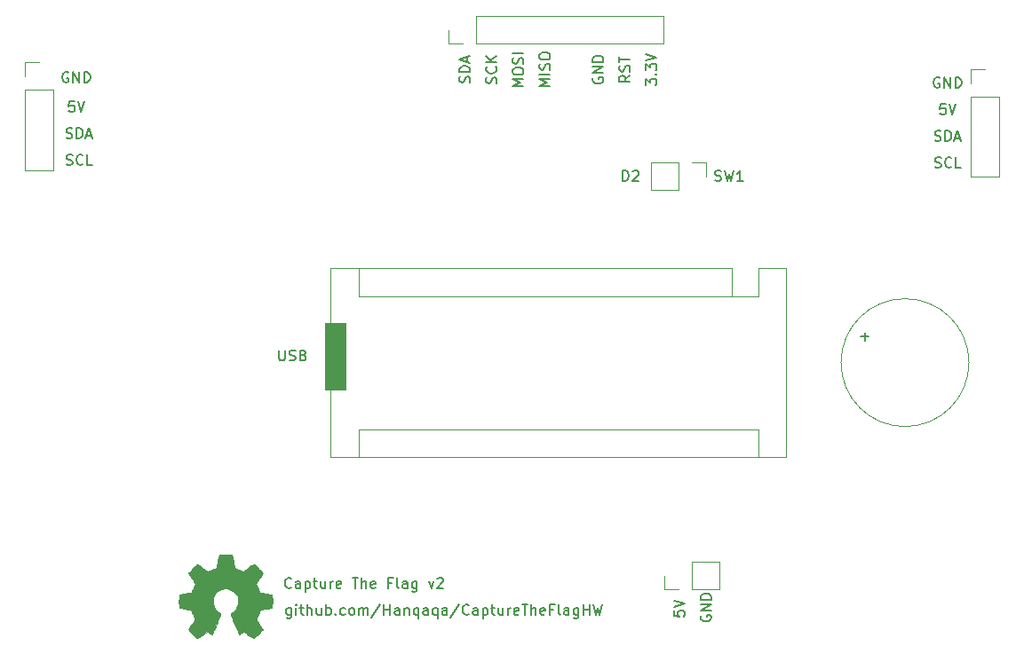
<source format=gbr>
%TF.GenerationSoftware,KiCad,Pcbnew,(5.1.9)-1*%
%TF.CreationDate,2021-04-30T13:08:53+02:00*%
%TF.ProjectId,CaptureTheFlag,43617074-7572-4655-9468-65466c61672e,rev?*%
%TF.SameCoordinates,Original*%
%TF.FileFunction,Legend,Top*%
%TF.FilePolarity,Positive*%
%FSLAX46Y46*%
G04 Gerber Fmt 4.6, Leading zero omitted, Abs format (unit mm)*
G04 Created by KiCad (PCBNEW (5.1.9)-1) date 2021-04-30 13:08:53*
%MOMM*%
%LPD*%
G01*
G04 APERTURE LIST*
%ADD10C,0.150000*%
%ADD11C,0.100000*%
%ADD12C,0.010000*%
%ADD13C,0.120000*%
G04 APERTURE END LIST*
D10*
X131986571Y-90717714D02*
X131986571Y-91527238D01*
X131938952Y-91622476D01*
X131891333Y-91670095D01*
X131796095Y-91717714D01*
X131653238Y-91717714D01*
X131558000Y-91670095D01*
X131986571Y-91336761D02*
X131891333Y-91384380D01*
X131700857Y-91384380D01*
X131605619Y-91336761D01*
X131558000Y-91289142D01*
X131510380Y-91193904D01*
X131510380Y-90908190D01*
X131558000Y-90812952D01*
X131605619Y-90765333D01*
X131700857Y-90717714D01*
X131891333Y-90717714D01*
X131986571Y-90765333D01*
X132462761Y-91384380D02*
X132462761Y-90717714D01*
X132462761Y-90384380D02*
X132415142Y-90432000D01*
X132462761Y-90479619D01*
X132510380Y-90432000D01*
X132462761Y-90384380D01*
X132462761Y-90479619D01*
X132796095Y-90717714D02*
X133177047Y-90717714D01*
X132938952Y-90384380D02*
X132938952Y-91241523D01*
X132986571Y-91336761D01*
X133081809Y-91384380D01*
X133177047Y-91384380D01*
X133510380Y-91384380D02*
X133510380Y-90384380D01*
X133938952Y-91384380D02*
X133938952Y-90860571D01*
X133891333Y-90765333D01*
X133796095Y-90717714D01*
X133653238Y-90717714D01*
X133558000Y-90765333D01*
X133510380Y-90812952D01*
X134843714Y-90717714D02*
X134843714Y-91384380D01*
X134415142Y-90717714D02*
X134415142Y-91241523D01*
X134462761Y-91336761D01*
X134558000Y-91384380D01*
X134700857Y-91384380D01*
X134796095Y-91336761D01*
X134843714Y-91289142D01*
X135319904Y-91384380D02*
X135319904Y-90384380D01*
X135319904Y-90765333D02*
X135415142Y-90717714D01*
X135605619Y-90717714D01*
X135700857Y-90765333D01*
X135748476Y-90812952D01*
X135796095Y-90908190D01*
X135796095Y-91193904D01*
X135748476Y-91289142D01*
X135700857Y-91336761D01*
X135605619Y-91384380D01*
X135415142Y-91384380D01*
X135319904Y-91336761D01*
X136224666Y-91289142D02*
X136272285Y-91336761D01*
X136224666Y-91384380D01*
X136177047Y-91336761D01*
X136224666Y-91289142D01*
X136224666Y-91384380D01*
X137129428Y-91336761D02*
X137034190Y-91384380D01*
X136843714Y-91384380D01*
X136748476Y-91336761D01*
X136700857Y-91289142D01*
X136653238Y-91193904D01*
X136653238Y-90908190D01*
X136700857Y-90812952D01*
X136748476Y-90765333D01*
X136843714Y-90717714D01*
X137034190Y-90717714D01*
X137129428Y-90765333D01*
X137700857Y-91384380D02*
X137605619Y-91336761D01*
X137558000Y-91289142D01*
X137510380Y-91193904D01*
X137510380Y-90908190D01*
X137558000Y-90812952D01*
X137605619Y-90765333D01*
X137700857Y-90717714D01*
X137843714Y-90717714D01*
X137938952Y-90765333D01*
X137986571Y-90812952D01*
X138034190Y-90908190D01*
X138034190Y-91193904D01*
X137986571Y-91289142D01*
X137938952Y-91336761D01*
X137843714Y-91384380D01*
X137700857Y-91384380D01*
X138462761Y-91384380D02*
X138462761Y-90717714D01*
X138462761Y-90812952D02*
X138510380Y-90765333D01*
X138605619Y-90717714D01*
X138748476Y-90717714D01*
X138843714Y-90765333D01*
X138891333Y-90860571D01*
X138891333Y-91384380D01*
X138891333Y-90860571D02*
X138938952Y-90765333D01*
X139034190Y-90717714D01*
X139177047Y-90717714D01*
X139272285Y-90765333D01*
X139319904Y-90860571D01*
X139319904Y-91384380D01*
X140510380Y-90336761D02*
X139653238Y-91622476D01*
X140843714Y-91384380D02*
X140843714Y-90384380D01*
X140843714Y-90860571D02*
X141415142Y-90860571D01*
X141415142Y-91384380D02*
X141415142Y-90384380D01*
X142319904Y-91384380D02*
X142319904Y-90860571D01*
X142272285Y-90765333D01*
X142177047Y-90717714D01*
X141986571Y-90717714D01*
X141891333Y-90765333D01*
X142319904Y-91336761D02*
X142224666Y-91384380D01*
X141986571Y-91384380D01*
X141891333Y-91336761D01*
X141843714Y-91241523D01*
X141843714Y-91146285D01*
X141891333Y-91051047D01*
X141986571Y-91003428D01*
X142224666Y-91003428D01*
X142319904Y-90955809D01*
X142796095Y-90717714D02*
X142796095Y-91384380D01*
X142796095Y-90812952D02*
X142843714Y-90765333D01*
X142938952Y-90717714D01*
X143081809Y-90717714D01*
X143177047Y-90765333D01*
X143224666Y-90860571D01*
X143224666Y-91384380D01*
X144129428Y-90717714D02*
X144129428Y-91717714D01*
X144129428Y-91336761D02*
X144034190Y-91384380D01*
X143843714Y-91384380D01*
X143748476Y-91336761D01*
X143700857Y-91289142D01*
X143653238Y-91193904D01*
X143653238Y-90908190D01*
X143700857Y-90812952D01*
X143748476Y-90765333D01*
X143843714Y-90717714D01*
X144034190Y-90717714D01*
X144129428Y-90765333D01*
X145034190Y-91384380D02*
X145034190Y-90860571D01*
X144986571Y-90765333D01*
X144891333Y-90717714D01*
X144700857Y-90717714D01*
X144605619Y-90765333D01*
X145034190Y-91336761D02*
X144938952Y-91384380D01*
X144700857Y-91384380D01*
X144605619Y-91336761D01*
X144558000Y-91241523D01*
X144558000Y-91146285D01*
X144605619Y-91051047D01*
X144700857Y-91003428D01*
X144938952Y-91003428D01*
X145034190Y-90955809D01*
X145938952Y-90717714D02*
X145938952Y-91717714D01*
X145938952Y-91336761D02*
X145843714Y-91384380D01*
X145653238Y-91384380D01*
X145558000Y-91336761D01*
X145510380Y-91289142D01*
X145462761Y-91193904D01*
X145462761Y-90908190D01*
X145510380Y-90812952D01*
X145558000Y-90765333D01*
X145653238Y-90717714D01*
X145843714Y-90717714D01*
X145938952Y-90765333D01*
X146843714Y-91384380D02*
X146843714Y-90860571D01*
X146796095Y-90765333D01*
X146700857Y-90717714D01*
X146510380Y-90717714D01*
X146415142Y-90765333D01*
X146843714Y-91336761D02*
X146748476Y-91384380D01*
X146510380Y-91384380D01*
X146415142Y-91336761D01*
X146367523Y-91241523D01*
X146367523Y-91146285D01*
X146415142Y-91051047D01*
X146510380Y-91003428D01*
X146748476Y-91003428D01*
X146843714Y-90955809D01*
X148034190Y-90336761D02*
X147177047Y-91622476D01*
X148938952Y-91289142D02*
X148891333Y-91336761D01*
X148748476Y-91384380D01*
X148653238Y-91384380D01*
X148510380Y-91336761D01*
X148415142Y-91241523D01*
X148367523Y-91146285D01*
X148319904Y-90955809D01*
X148319904Y-90812952D01*
X148367523Y-90622476D01*
X148415142Y-90527238D01*
X148510380Y-90432000D01*
X148653238Y-90384380D01*
X148748476Y-90384380D01*
X148891333Y-90432000D01*
X148938952Y-90479619D01*
X149796095Y-91384380D02*
X149796095Y-90860571D01*
X149748476Y-90765333D01*
X149653238Y-90717714D01*
X149462761Y-90717714D01*
X149367523Y-90765333D01*
X149796095Y-91336761D02*
X149700857Y-91384380D01*
X149462761Y-91384380D01*
X149367523Y-91336761D01*
X149319904Y-91241523D01*
X149319904Y-91146285D01*
X149367523Y-91051047D01*
X149462761Y-91003428D01*
X149700857Y-91003428D01*
X149796095Y-90955809D01*
X150272285Y-90717714D02*
X150272285Y-91717714D01*
X150272285Y-90765333D02*
X150367523Y-90717714D01*
X150558000Y-90717714D01*
X150653238Y-90765333D01*
X150700857Y-90812952D01*
X150748476Y-90908190D01*
X150748476Y-91193904D01*
X150700857Y-91289142D01*
X150653238Y-91336761D01*
X150558000Y-91384380D01*
X150367523Y-91384380D01*
X150272285Y-91336761D01*
X151034190Y-90717714D02*
X151415142Y-90717714D01*
X151177047Y-90384380D02*
X151177047Y-91241523D01*
X151224666Y-91336761D01*
X151319904Y-91384380D01*
X151415142Y-91384380D01*
X152177047Y-90717714D02*
X152177047Y-91384380D01*
X151748476Y-90717714D02*
X151748476Y-91241523D01*
X151796095Y-91336761D01*
X151891333Y-91384380D01*
X152034190Y-91384380D01*
X152129428Y-91336761D01*
X152177047Y-91289142D01*
X152653238Y-91384380D02*
X152653238Y-90717714D01*
X152653238Y-90908190D02*
X152700857Y-90812952D01*
X152748476Y-90765333D01*
X152843714Y-90717714D01*
X152938952Y-90717714D01*
X153653238Y-91336761D02*
X153558000Y-91384380D01*
X153367523Y-91384380D01*
X153272285Y-91336761D01*
X153224666Y-91241523D01*
X153224666Y-90860571D01*
X153272285Y-90765333D01*
X153367523Y-90717714D01*
X153558000Y-90717714D01*
X153653238Y-90765333D01*
X153700857Y-90860571D01*
X153700857Y-90955809D01*
X153224666Y-91051047D01*
X153986571Y-90384380D02*
X154558000Y-90384380D01*
X154272285Y-91384380D02*
X154272285Y-90384380D01*
X154891333Y-91384380D02*
X154891333Y-90384380D01*
X155319904Y-91384380D02*
X155319904Y-90860571D01*
X155272285Y-90765333D01*
X155177047Y-90717714D01*
X155034190Y-90717714D01*
X154938952Y-90765333D01*
X154891333Y-90812952D01*
X156177047Y-91336761D02*
X156081809Y-91384380D01*
X155891333Y-91384380D01*
X155796095Y-91336761D01*
X155748476Y-91241523D01*
X155748476Y-90860571D01*
X155796095Y-90765333D01*
X155891333Y-90717714D01*
X156081809Y-90717714D01*
X156177047Y-90765333D01*
X156224666Y-90860571D01*
X156224666Y-90955809D01*
X155748476Y-91051047D01*
X156986571Y-90860571D02*
X156653238Y-90860571D01*
X156653238Y-91384380D02*
X156653238Y-90384380D01*
X157129428Y-90384380D01*
X157653238Y-91384380D02*
X157558000Y-91336761D01*
X157510380Y-91241523D01*
X157510380Y-90384380D01*
X158462761Y-91384380D02*
X158462761Y-90860571D01*
X158415142Y-90765333D01*
X158319904Y-90717714D01*
X158129428Y-90717714D01*
X158034190Y-90765333D01*
X158462761Y-91336761D02*
X158367523Y-91384380D01*
X158129428Y-91384380D01*
X158034190Y-91336761D01*
X157986571Y-91241523D01*
X157986571Y-91146285D01*
X158034190Y-91051047D01*
X158129428Y-91003428D01*
X158367523Y-91003428D01*
X158462761Y-90955809D01*
X159367523Y-90717714D02*
X159367523Y-91527238D01*
X159319904Y-91622476D01*
X159272285Y-91670095D01*
X159177047Y-91717714D01*
X159034190Y-91717714D01*
X158938952Y-91670095D01*
X159367523Y-91336761D02*
X159272285Y-91384380D01*
X159081809Y-91384380D01*
X158986571Y-91336761D01*
X158938952Y-91289142D01*
X158891333Y-91193904D01*
X158891333Y-90908190D01*
X158938952Y-90812952D01*
X158986571Y-90765333D01*
X159081809Y-90717714D01*
X159272285Y-90717714D01*
X159367523Y-90765333D01*
X159843714Y-91384380D02*
X159843714Y-90384380D01*
X159843714Y-90860571D02*
X160415142Y-90860571D01*
X160415142Y-91384380D02*
X160415142Y-90384380D01*
X160796095Y-90384380D02*
X161034190Y-91384380D01*
X161224666Y-90670095D01*
X161415142Y-91384380D01*
X161653238Y-90384380D01*
X132009428Y-88749142D02*
X131961809Y-88796761D01*
X131818952Y-88844380D01*
X131723714Y-88844380D01*
X131580857Y-88796761D01*
X131485619Y-88701523D01*
X131438000Y-88606285D01*
X131390380Y-88415809D01*
X131390380Y-88272952D01*
X131438000Y-88082476D01*
X131485619Y-87987238D01*
X131580857Y-87892000D01*
X131723714Y-87844380D01*
X131818952Y-87844380D01*
X131961809Y-87892000D01*
X132009428Y-87939619D01*
X132866571Y-88844380D02*
X132866571Y-88320571D01*
X132818952Y-88225333D01*
X132723714Y-88177714D01*
X132533238Y-88177714D01*
X132438000Y-88225333D01*
X132866571Y-88796761D02*
X132771333Y-88844380D01*
X132533238Y-88844380D01*
X132438000Y-88796761D01*
X132390380Y-88701523D01*
X132390380Y-88606285D01*
X132438000Y-88511047D01*
X132533238Y-88463428D01*
X132771333Y-88463428D01*
X132866571Y-88415809D01*
X133342761Y-88177714D02*
X133342761Y-89177714D01*
X133342761Y-88225333D02*
X133438000Y-88177714D01*
X133628476Y-88177714D01*
X133723714Y-88225333D01*
X133771333Y-88272952D01*
X133818952Y-88368190D01*
X133818952Y-88653904D01*
X133771333Y-88749142D01*
X133723714Y-88796761D01*
X133628476Y-88844380D01*
X133438000Y-88844380D01*
X133342761Y-88796761D01*
X134104666Y-88177714D02*
X134485619Y-88177714D01*
X134247523Y-87844380D02*
X134247523Y-88701523D01*
X134295142Y-88796761D01*
X134390380Y-88844380D01*
X134485619Y-88844380D01*
X135247523Y-88177714D02*
X135247523Y-88844380D01*
X134818952Y-88177714D02*
X134818952Y-88701523D01*
X134866571Y-88796761D01*
X134961809Y-88844380D01*
X135104666Y-88844380D01*
X135199904Y-88796761D01*
X135247523Y-88749142D01*
X135723714Y-88844380D02*
X135723714Y-88177714D01*
X135723714Y-88368190D02*
X135771333Y-88272952D01*
X135818952Y-88225333D01*
X135914190Y-88177714D01*
X136009428Y-88177714D01*
X136723714Y-88796761D02*
X136628476Y-88844380D01*
X136438000Y-88844380D01*
X136342761Y-88796761D01*
X136295142Y-88701523D01*
X136295142Y-88320571D01*
X136342761Y-88225333D01*
X136438000Y-88177714D01*
X136628476Y-88177714D01*
X136723714Y-88225333D01*
X136771333Y-88320571D01*
X136771333Y-88415809D01*
X136295142Y-88511047D01*
X137818952Y-87844380D02*
X138390380Y-87844380D01*
X138104666Y-88844380D02*
X138104666Y-87844380D01*
X138723714Y-88844380D02*
X138723714Y-87844380D01*
X139152285Y-88844380D02*
X139152285Y-88320571D01*
X139104666Y-88225333D01*
X139009428Y-88177714D01*
X138866571Y-88177714D01*
X138771333Y-88225333D01*
X138723714Y-88272952D01*
X140009428Y-88796761D02*
X139914190Y-88844380D01*
X139723714Y-88844380D01*
X139628476Y-88796761D01*
X139580857Y-88701523D01*
X139580857Y-88320571D01*
X139628476Y-88225333D01*
X139723714Y-88177714D01*
X139914190Y-88177714D01*
X140009428Y-88225333D01*
X140057047Y-88320571D01*
X140057047Y-88415809D01*
X139580857Y-88511047D01*
X141580857Y-88320571D02*
X141247523Y-88320571D01*
X141247523Y-88844380D02*
X141247523Y-87844380D01*
X141723714Y-87844380D01*
X142247523Y-88844380D02*
X142152285Y-88796761D01*
X142104666Y-88701523D01*
X142104666Y-87844380D01*
X143057047Y-88844380D02*
X143057047Y-88320571D01*
X143009428Y-88225333D01*
X142914190Y-88177714D01*
X142723714Y-88177714D01*
X142628476Y-88225333D01*
X143057047Y-88796761D02*
X142961809Y-88844380D01*
X142723714Y-88844380D01*
X142628476Y-88796761D01*
X142580857Y-88701523D01*
X142580857Y-88606285D01*
X142628476Y-88511047D01*
X142723714Y-88463428D01*
X142961809Y-88463428D01*
X143057047Y-88415809D01*
X143961809Y-88177714D02*
X143961809Y-88987238D01*
X143914190Y-89082476D01*
X143866571Y-89130095D01*
X143771333Y-89177714D01*
X143628476Y-89177714D01*
X143533238Y-89130095D01*
X143961809Y-88796761D02*
X143866571Y-88844380D01*
X143676095Y-88844380D01*
X143580857Y-88796761D01*
X143533238Y-88749142D01*
X143485619Y-88653904D01*
X143485619Y-88368190D01*
X143533238Y-88272952D01*
X143580857Y-88225333D01*
X143676095Y-88177714D01*
X143866571Y-88177714D01*
X143961809Y-88225333D01*
X145104666Y-88177714D02*
X145342761Y-88844380D01*
X145580857Y-88177714D01*
X145914190Y-87939619D02*
X145961809Y-87892000D01*
X146057047Y-87844380D01*
X146295142Y-87844380D01*
X146390380Y-87892000D01*
X146438000Y-87939619D01*
X146485619Y-88034857D01*
X146485619Y-88130095D01*
X146438000Y-88272952D01*
X145866571Y-88844380D01*
X146485619Y-88844380D01*
X130818095Y-66127380D02*
X130818095Y-66936904D01*
X130865714Y-67032142D01*
X130913333Y-67079761D01*
X131008571Y-67127380D01*
X131199047Y-67127380D01*
X131294285Y-67079761D01*
X131341904Y-67032142D01*
X131389523Y-66936904D01*
X131389523Y-66127380D01*
X131818095Y-67079761D02*
X131960952Y-67127380D01*
X132199047Y-67127380D01*
X132294285Y-67079761D01*
X132341904Y-67032142D01*
X132389523Y-66936904D01*
X132389523Y-66841666D01*
X132341904Y-66746428D01*
X132294285Y-66698809D01*
X132199047Y-66651190D01*
X132008571Y-66603571D01*
X131913333Y-66555952D01*
X131865714Y-66508333D01*
X131818095Y-66413095D01*
X131818095Y-66317857D01*
X131865714Y-66222619D01*
X131913333Y-66175000D01*
X132008571Y-66127380D01*
X132246666Y-66127380D01*
X132389523Y-66175000D01*
X133151428Y-66603571D02*
X133294285Y-66651190D01*
X133341904Y-66698809D01*
X133389523Y-66794047D01*
X133389523Y-66936904D01*
X133341904Y-67032142D01*
X133294285Y-67079761D01*
X133199047Y-67127380D01*
X132818095Y-67127380D01*
X132818095Y-66127380D01*
X133151428Y-66127380D01*
X133246666Y-66175000D01*
X133294285Y-66222619D01*
X133341904Y-66317857D01*
X133341904Y-66413095D01*
X133294285Y-66508333D01*
X133246666Y-66555952D01*
X133151428Y-66603571D01*
X132818095Y-66603571D01*
D11*
G36*
X137160000Y-69850000D02*
G01*
X135255000Y-69850000D01*
X135255000Y-63500000D01*
X137160000Y-63500000D01*
X137160000Y-69850000D01*
G37*
X137160000Y-69850000D02*
X135255000Y-69850000D01*
X135255000Y-63500000D01*
X137160000Y-63500000D01*
X137160000Y-69850000D01*
D10*
X171077000Y-91439904D02*
X171029380Y-91535142D01*
X171029380Y-91678000D01*
X171077000Y-91820857D01*
X171172238Y-91916095D01*
X171267476Y-91963714D01*
X171457952Y-92011333D01*
X171600809Y-92011333D01*
X171791285Y-91963714D01*
X171886523Y-91916095D01*
X171981761Y-91820857D01*
X172029380Y-91678000D01*
X172029380Y-91582761D01*
X171981761Y-91439904D01*
X171934142Y-91392285D01*
X171600809Y-91392285D01*
X171600809Y-91582761D01*
X172029380Y-90963714D02*
X171029380Y-90963714D01*
X172029380Y-90392285D01*
X171029380Y-90392285D01*
X172029380Y-89916095D02*
X171029380Y-89916095D01*
X171029380Y-89678000D01*
X171077000Y-89535142D01*
X171172238Y-89439904D01*
X171267476Y-89392285D01*
X171457952Y-89344666D01*
X171600809Y-89344666D01*
X171791285Y-89392285D01*
X171886523Y-89439904D01*
X171981761Y-89535142D01*
X172029380Y-89678000D01*
X172029380Y-89916095D01*
X168489380Y-90995476D02*
X168489380Y-91471666D01*
X168965571Y-91519285D01*
X168917952Y-91471666D01*
X168870333Y-91376428D01*
X168870333Y-91138333D01*
X168917952Y-91043095D01*
X168965571Y-90995476D01*
X169060809Y-90947857D01*
X169298904Y-90947857D01*
X169394142Y-90995476D01*
X169441761Y-91043095D01*
X169489380Y-91138333D01*
X169489380Y-91376428D01*
X169441761Y-91471666D01*
X169394142Y-91519285D01*
X168489380Y-90662142D02*
X169489380Y-90328809D01*
X168489380Y-89995476D01*
X163599904Y-49982380D02*
X163599904Y-48982380D01*
X163838000Y-48982380D01*
X163980857Y-49030000D01*
X164076095Y-49125238D01*
X164123714Y-49220476D01*
X164171333Y-49410952D01*
X164171333Y-49553809D01*
X164123714Y-49744285D01*
X164076095Y-49839523D01*
X163980857Y-49934761D01*
X163838000Y-49982380D01*
X163599904Y-49982380D01*
X164552285Y-49077619D02*
X164599904Y-49030000D01*
X164695142Y-48982380D01*
X164933238Y-48982380D01*
X165028476Y-49030000D01*
X165076095Y-49077619D01*
X165123714Y-49172857D01*
X165123714Y-49268095D01*
X165076095Y-49410952D01*
X164504666Y-49982380D01*
X165123714Y-49982380D01*
X193373523Y-48664761D02*
X193516380Y-48712380D01*
X193754476Y-48712380D01*
X193849714Y-48664761D01*
X193897333Y-48617142D01*
X193944952Y-48521904D01*
X193944952Y-48426666D01*
X193897333Y-48331428D01*
X193849714Y-48283809D01*
X193754476Y-48236190D01*
X193564000Y-48188571D01*
X193468761Y-48140952D01*
X193421142Y-48093333D01*
X193373523Y-47998095D01*
X193373523Y-47902857D01*
X193421142Y-47807619D01*
X193468761Y-47760000D01*
X193564000Y-47712380D01*
X193802095Y-47712380D01*
X193944952Y-47760000D01*
X194944952Y-48617142D02*
X194897333Y-48664761D01*
X194754476Y-48712380D01*
X194659238Y-48712380D01*
X194516380Y-48664761D01*
X194421142Y-48569523D01*
X194373523Y-48474285D01*
X194325904Y-48283809D01*
X194325904Y-48140952D01*
X194373523Y-47950476D01*
X194421142Y-47855238D01*
X194516380Y-47760000D01*
X194659238Y-47712380D01*
X194754476Y-47712380D01*
X194897333Y-47760000D01*
X194944952Y-47807619D01*
X195849714Y-48712380D02*
X195373523Y-48712380D01*
X195373523Y-47712380D01*
X193349714Y-46124761D02*
X193492571Y-46172380D01*
X193730666Y-46172380D01*
X193825904Y-46124761D01*
X193873523Y-46077142D01*
X193921142Y-45981904D01*
X193921142Y-45886666D01*
X193873523Y-45791428D01*
X193825904Y-45743809D01*
X193730666Y-45696190D01*
X193540190Y-45648571D01*
X193444952Y-45600952D01*
X193397333Y-45553333D01*
X193349714Y-45458095D01*
X193349714Y-45362857D01*
X193397333Y-45267619D01*
X193444952Y-45220000D01*
X193540190Y-45172380D01*
X193778285Y-45172380D01*
X193921142Y-45220000D01*
X194349714Y-46172380D02*
X194349714Y-45172380D01*
X194587809Y-45172380D01*
X194730666Y-45220000D01*
X194825904Y-45315238D01*
X194873523Y-45410476D01*
X194921142Y-45600952D01*
X194921142Y-45743809D01*
X194873523Y-45934285D01*
X194825904Y-46029523D01*
X194730666Y-46124761D01*
X194587809Y-46172380D01*
X194349714Y-46172380D01*
X195302095Y-45886666D02*
X195778285Y-45886666D01*
X195206857Y-46172380D02*
X195540190Y-45172380D01*
X195873523Y-46172380D01*
X194373523Y-42632380D02*
X193897333Y-42632380D01*
X193849714Y-43108571D01*
X193897333Y-43060952D01*
X193992571Y-43013333D01*
X194230666Y-43013333D01*
X194325904Y-43060952D01*
X194373523Y-43108571D01*
X194421142Y-43203809D01*
X194421142Y-43441904D01*
X194373523Y-43537142D01*
X194325904Y-43584761D01*
X194230666Y-43632380D01*
X193992571Y-43632380D01*
X193897333Y-43584761D01*
X193849714Y-43537142D01*
X194706857Y-42632380D02*
X195040190Y-43632380D01*
X195373523Y-42632380D01*
X193802095Y-40140000D02*
X193706857Y-40092380D01*
X193564000Y-40092380D01*
X193421142Y-40140000D01*
X193325904Y-40235238D01*
X193278285Y-40330476D01*
X193230666Y-40520952D01*
X193230666Y-40663809D01*
X193278285Y-40854285D01*
X193325904Y-40949523D01*
X193421142Y-41044761D01*
X193564000Y-41092380D01*
X193659238Y-41092380D01*
X193802095Y-41044761D01*
X193849714Y-40997142D01*
X193849714Y-40663809D01*
X193659238Y-40663809D01*
X194278285Y-41092380D02*
X194278285Y-40092380D01*
X194849714Y-41092380D01*
X194849714Y-40092380D01*
X195325904Y-41092380D02*
X195325904Y-40092380D01*
X195564000Y-40092380D01*
X195706857Y-40140000D01*
X195802095Y-40235238D01*
X195849714Y-40330476D01*
X195897333Y-40520952D01*
X195897333Y-40663809D01*
X195849714Y-40854285D01*
X195802095Y-40949523D01*
X195706857Y-41044761D01*
X195564000Y-41092380D01*
X195325904Y-41092380D01*
X110744095Y-39632000D02*
X110648857Y-39584380D01*
X110506000Y-39584380D01*
X110363142Y-39632000D01*
X110267904Y-39727238D01*
X110220285Y-39822476D01*
X110172666Y-40012952D01*
X110172666Y-40155809D01*
X110220285Y-40346285D01*
X110267904Y-40441523D01*
X110363142Y-40536761D01*
X110506000Y-40584380D01*
X110601238Y-40584380D01*
X110744095Y-40536761D01*
X110791714Y-40489142D01*
X110791714Y-40155809D01*
X110601238Y-40155809D01*
X111220285Y-40584380D02*
X111220285Y-39584380D01*
X111791714Y-40584380D01*
X111791714Y-39584380D01*
X112267904Y-40584380D02*
X112267904Y-39584380D01*
X112506000Y-39584380D01*
X112648857Y-39632000D01*
X112744095Y-39727238D01*
X112791714Y-39822476D01*
X112839333Y-40012952D01*
X112839333Y-40155809D01*
X112791714Y-40346285D01*
X112744095Y-40441523D01*
X112648857Y-40536761D01*
X112506000Y-40584380D01*
X112267904Y-40584380D01*
X111315523Y-42378380D02*
X110839333Y-42378380D01*
X110791714Y-42854571D01*
X110839333Y-42806952D01*
X110934571Y-42759333D01*
X111172666Y-42759333D01*
X111267904Y-42806952D01*
X111315523Y-42854571D01*
X111363142Y-42949809D01*
X111363142Y-43187904D01*
X111315523Y-43283142D01*
X111267904Y-43330761D01*
X111172666Y-43378380D01*
X110934571Y-43378380D01*
X110839333Y-43330761D01*
X110791714Y-43283142D01*
X111648857Y-42378380D02*
X111982190Y-43378380D01*
X112315523Y-42378380D01*
X110569523Y-48410761D02*
X110712380Y-48458380D01*
X110950476Y-48458380D01*
X111045714Y-48410761D01*
X111093333Y-48363142D01*
X111140952Y-48267904D01*
X111140952Y-48172666D01*
X111093333Y-48077428D01*
X111045714Y-48029809D01*
X110950476Y-47982190D01*
X110760000Y-47934571D01*
X110664761Y-47886952D01*
X110617142Y-47839333D01*
X110569523Y-47744095D01*
X110569523Y-47648857D01*
X110617142Y-47553619D01*
X110664761Y-47506000D01*
X110760000Y-47458380D01*
X110998095Y-47458380D01*
X111140952Y-47506000D01*
X112140952Y-48363142D02*
X112093333Y-48410761D01*
X111950476Y-48458380D01*
X111855238Y-48458380D01*
X111712380Y-48410761D01*
X111617142Y-48315523D01*
X111569523Y-48220285D01*
X111521904Y-48029809D01*
X111521904Y-47886952D01*
X111569523Y-47696476D01*
X111617142Y-47601238D01*
X111712380Y-47506000D01*
X111855238Y-47458380D01*
X111950476Y-47458380D01*
X112093333Y-47506000D01*
X112140952Y-47553619D01*
X113045714Y-48458380D02*
X112569523Y-48458380D01*
X112569523Y-47458380D01*
X110545714Y-45870761D02*
X110688571Y-45918380D01*
X110926666Y-45918380D01*
X111021904Y-45870761D01*
X111069523Y-45823142D01*
X111117142Y-45727904D01*
X111117142Y-45632666D01*
X111069523Y-45537428D01*
X111021904Y-45489809D01*
X110926666Y-45442190D01*
X110736190Y-45394571D01*
X110640952Y-45346952D01*
X110593333Y-45299333D01*
X110545714Y-45204095D01*
X110545714Y-45108857D01*
X110593333Y-45013619D01*
X110640952Y-44966000D01*
X110736190Y-44918380D01*
X110974285Y-44918380D01*
X111117142Y-44966000D01*
X111545714Y-45918380D02*
X111545714Y-44918380D01*
X111783809Y-44918380D01*
X111926666Y-44966000D01*
X112021904Y-45061238D01*
X112069523Y-45156476D01*
X112117142Y-45346952D01*
X112117142Y-45489809D01*
X112069523Y-45680285D01*
X112021904Y-45775523D01*
X111926666Y-45870761D01*
X111783809Y-45918380D01*
X111545714Y-45918380D01*
X112498095Y-45632666D02*
X112974285Y-45632666D01*
X112402857Y-45918380D02*
X112736190Y-44918380D01*
X113069523Y-45918380D01*
X148994761Y-40584285D02*
X149042380Y-40441428D01*
X149042380Y-40203333D01*
X148994761Y-40108095D01*
X148947142Y-40060476D01*
X148851904Y-40012857D01*
X148756666Y-40012857D01*
X148661428Y-40060476D01*
X148613809Y-40108095D01*
X148566190Y-40203333D01*
X148518571Y-40393809D01*
X148470952Y-40489047D01*
X148423333Y-40536666D01*
X148328095Y-40584285D01*
X148232857Y-40584285D01*
X148137619Y-40536666D01*
X148090000Y-40489047D01*
X148042380Y-40393809D01*
X148042380Y-40155714D01*
X148090000Y-40012857D01*
X149042380Y-39584285D02*
X148042380Y-39584285D01*
X148042380Y-39346190D01*
X148090000Y-39203333D01*
X148185238Y-39108095D01*
X148280476Y-39060476D01*
X148470952Y-39012857D01*
X148613809Y-39012857D01*
X148804285Y-39060476D01*
X148899523Y-39108095D01*
X148994761Y-39203333D01*
X149042380Y-39346190D01*
X149042380Y-39584285D01*
X148756666Y-38631904D02*
X148756666Y-38155714D01*
X149042380Y-38727142D02*
X148042380Y-38393809D01*
X149042380Y-38060476D01*
X151534761Y-40655714D02*
X151582380Y-40512857D01*
X151582380Y-40274761D01*
X151534761Y-40179523D01*
X151487142Y-40131904D01*
X151391904Y-40084285D01*
X151296666Y-40084285D01*
X151201428Y-40131904D01*
X151153809Y-40179523D01*
X151106190Y-40274761D01*
X151058571Y-40465238D01*
X151010952Y-40560476D01*
X150963333Y-40608095D01*
X150868095Y-40655714D01*
X150772857Y-40655714D01*
X150677619Y-40608095D01*
X150630000Y-40560476D01*
X150582380Y-40465238D01*
X150582380Y-40227142D01*
X150630000Y-40084285D01*
X151487142Y-39084285D02*
X151534761Y-39131904D01*
X151582380Y-39274761D01*
X151582380Y-39370000D01*
X151534761Y-39512857D01*
X151439523Y-39608095D01*
X151344285Y-39655714D01*
X151153809Y-39703333D01*
X151010952Y-39703333D01*
X150820476Y-39655714D01*
X150725238Y-39608095D01*
X150630000Y-39512857D01*
X150582380Y-39370000D01*
X150582380Y-39274761D01*
X150630000Y-39131904D01*
X150677619Y-39084285D01*
X151582380Y-38655714D02*
X150582380Y-38655714D01*
X151582380Y-38084285D02*
X151010952Y-38512857D01*
X150582380Y-38084285D02*
X151153809Y-38655714D01*
X154122380Y-40941428D02*
X153122380Y-40941428D01*
X153836666Y-40608095D01*
X153122380Y-40274761D01*
X154122380Y-40274761D01*
X153122380Y-39608095D02*
X153122380Y-39417619D01*
X153170000Y-39322380D01*
X153265238Y-39227142D01*
X153455714Y-39179523D01*
X153789047Y-39179523D01*
X153979523Y-39227142D01*
X154074761Y-39322380D01*
X154122380Y-39417619D01*
X154122380Y-39608095D01*
X154074761Y-39703333D01*
X153979523Y-39798571D01*
X153789047Y-39846190D01*
X153455714Y-39846190D01*
X153265238Y-39798571D01*
X153170000Y-39703333D01*
X153122380Y-39608095D01*
X154074761Y-38798571D02*
X154122380Y-38655714D01*
X154122380Y-38417619D01*
X154074761Y-38322380D01*
X154027142Y-38274761D01*
X153931904Y-38227142D01*
X153836666Y-38227142D01*
X153741428Y-38274761D01*
X153693809Y-38322380D01*
X153646190Y-38417619D01*
X153598571Y-38608095D01*
X153550952Y-38703333D01*
X153503333Y-38750952D01*
X153408095Y-38798571D01*
X153312857Y-38798571D01*
X153217619Y-38750952D01*
X153170000Y-38703333D01*
X153122380Y-38608095D01*
X153122380Y-38370000D01*
X153170000Y-38227142D01*
X154122380Y-37798571D02*
X153122380Y-37798571D01*
X156662380Y-40941428D02*
X155662380Y-40941428D01*
X156376666Y-40608095D01*
X155662380Y-40274761D01*
X156662380Y-40274761D01*
X156662380Y-39798571D02*
X155662380Y-39798571D01*
X156614761Y-39370000D02*
X156662380Y-39227142D01*
X156662380Y-38989047D01*
X156614761Y-38893809D01*
X156567142Y-38846190D01*
X156471904Y-38798571D01*
X156376666Y-38798571D01*
X156281428Y-38846190D01*
X156233809Y-38893809D01*
X156186190Y-38989047D01*
X156138571Y-39179523D01*
X156090952Y-39274761D01*
X156043333Y-39322380D01*
X155948095Y-39370000D01*
X155852857Y-39370000D01*
X155757619Y-39322380D01*
X155710000Y-39274761D01*
X155662380Y-39179523D01*
X155662380Y-38941428D01*
X155710000Y-38798571D01*
X155662380Y-38179523D02*
X155662380Y-37989047D01*
X155710000Y-37893809D01*
X155805238Y-37798571D01*
X155995714Y-37750952D01*
X156329047Y-37750952D01*
X156519523Y-37798571D01*
X156614761Y-37893809D01*
X156662380Y-37989047D01*
X156662380Y-38179523D01*
X156614761Y-38274761D01*
X156519523Y-38370000D01*
X156329047Y-38417619D01*
X155995714Y-38417619D01*
X155805238Y-38370000D01*
X155710000Y-38274761D01*
X155662380Y-38179523D01*
X160790000Y-40131904D02*
X160742380Y-40227142D01*
X160742380Y-40370000D01*
X160790000Y-40512857D01*
X160885238Y-40608095D01*
X160980476Y-40655714D01*
X161170952Y-40703333D01*
X161313809Y-40703333D01*
X161504285Y-40655714D01*
X161599523Y-40608095D01*
X161694761Y-40512857D01*
X161742380Y-40370000D01*
X161742380Y-40274761D01*
X161694761Y-40131904D01*
X161647142Y-40084285D01*
X161313809Y-40084285D01*
X161313809Y-40274761D01*
X161742380Y-39655714D02*
X160742380Y-39655714D01*
X161742380Y-39084285D01*
X160742380Y-39084285D01*
X161742380Y-38608095D02*
X160742380Y-38608095D01*
X160742380Y-38370000D01*
X160790000Y-38227142D01*
X160885238Y-38131904D01*
X160980476Y-38084285D01*
X161170952Y-38036666D01*
X161313809Y-38036666D01*
X161504285Y-38084285D01*
X161599523Y-38131904D01*
X161694761Y-38227142D01*
X161742380Y-38370000D01*
X161742380Y-38608095D01*
X164282380Y-39917619D02*
X163806190Y-40250952D01*
X164282380Y-40489047D02*
X163282380Y-40489047D01*
X163282380Y-40108095D01*
X163330000Y-40012857D01*
X163377619Y-39965238D01*
X163472857Y-39917619D01*
X163615714Y-39917619D01*
X163710952Y-39965238D01*
X163758571Y-40012857D01*
X163806190Y-40108095D01*
X163806190Y-40489047D01*
X164234761Y-39536666D02*
X164282380Y-39393809D01*
X164282380Y-39155714D01*
X164234761Y-39060476D01*
X164187142Y-39012857D01*
X164091904Y-38965238D01*
X163996666Y-38965238D01*
X163901428Y-39012857D01*
X163853809Y-39060476D01*
X163806190Y-39155714D01*
X163758571Y-39346190D01*
X163710952Y-39441428D01*
X163663333Y-39489047D01*
X163568095Y-39536666D01*
X163472857Y-39536666D01*
X163377619Y-39489047D01*
X163330000Y-39441428D01*
X163282380Y-39346190D01*
X163282380Y-39108095D01*
X163330000Y-38965238D01*
X163282380Y-38679523D02*
X163282380Y-38108095D01*
X164282380Y-38393809D02*
X163282380Y-38393809D01*
X165822380Y-40846190D02*
X165822380Y-40227142D01*
X166203333Y-40560476D01*
X166203333Y-40417619D01*
X166250952Y-40322380D01*
X166298571Y-40274761D01*
X166393809Y-40227142D01*
X166631904Y-40227142D01*
X166727142Y-40274761D01*
X166774761Y-40322380D01*
X166822380Y-40417619D01*
X166822380Y-40703333D01*
X166774761Y-40798571D01*
X166727142Y-40846190D01*
X166727142Y-39798571D02*
X166774761Y-39750952D01*
X166822380Y-39798571D01*
X166774761Y-39846190D01*
X166727142Y-39798571D01*
X166822380Y-39798571D01*
X165822380Y-39417619D02*
X165822380Y-38798571D01*
X166203333Y-39131904D01*
X166203333Y-38989047D01*
X166250952Y-38893809D01*
X166298571Y-38846190D01*
X166393809Y-38798571D01*
X166631904Y-38798571D01*
X166727142Y-38846190D01*
X166774761Y-38893809D01*
X166822380Y-38989047D01*
X166822380Y-39274761D01*
X166774761Y-39370000D01*
X166727142Y-39417619D01*
X165822380Y-38512857D02*
X166822380Y-38179523D01*
X165822380Y-37846190D01*
D12*
%TO.C,REF\u002A\u002A*%
G36*
X126476536Y-86262427D02*
G01*
X126589118Y-86859618D01*
X127004531Y-87030865D01*
X127419945Y-87202112D01*
X127918302Y-86863233D01*
X128057869Y-86768877D01*
X128184029Y-86684630D01*
X128290896Y-86614338D01*
X128372583Y-86561847D01*
X128423202Y-86531004D01*
X128436987Y-86524353D01*
X128461821Y-86541458D01*
X128514889Y-86588744D01*
X128590241Y-86660172D01*
X128681930Y-86749700D01*
X128784008Y-86851289D01*
X128890527Y-86958898D01*
X128995537Y-87066487D01*
X129093092Y-87168015D01*
X129177243Y-87257441D01*
X129242041Y-87328726D01*
X129281538Y-87375828D01*
X129290981Y-87391592D01*
X129277392Y-87420653D01*
X129239294Y-87484321D01*
X129180694Y-87576367D01*
X129105598Y-87690564D01*
X129018009Y-87820684D01*
X128967255Y-87894901D01*
X128874746Y-88030422D01*
X128792541Y-88152716D01*
X128724631Y-88255695D01*
X128675001Y-88333273D01*
X128647641Y-88379361D01*
X128643530Y-88389047D01*
X128652850Y-88416574D01*
X128678255Y-88480728D01*
X128715912Y-88572490D01*
X128761987Y-88682839D01*
X128812647Y-88802755D01*
X128864060Y-88923219D01*
X128912390Y-89035209D01*
X128953807Y-89129707D01*
X128984475Y-89197692D01*
X129000562Y-89230143D01*
X129001512Y-89231420D01*
X129026773Y-89237617D01*
X129094046Y-89251440D01*
X129196361Y-89271532D01*
X129326742Y-89296534D01*
X129478217Y-89325086D01*
X129566594Y-89341551D01*
X129728453Y-89372369D01*
X129874650Y-89401694D01*
X129997788Y-89427921D01*
X130090470Y-89449446D01*
X130145302Y-89464665D01*
X130156324Y-89469493D01*
X130167119Y-89502174D01*
X130175830Y-89575985D01*
X130182461Y-89682292D01*
X130187019Y-89812467D01*
X130189510Y-89957876D01*
X130189939Y-90109890D01*
X130188312Y-90259877D01*
X130184636Y-90399206D01*
X130178916Y-90519245D01*
X130171158Y-90611365D01*
X130161369Y-90666932D01*
X130155497Y-90678500D01*
X130120400Y-90692365D01*
X130046029Y-90712188D01*
X129942224Y-90735639D01*
X129818820Y-90760391D01*
X129775742Y-90768398D01*
X129568048Y-90806441D01*
X129403985Y-90837079D01*
X129278131Y-90861529D01*
X129185066Y-90881009D01*
X129119368Y-90896736D01*
X129075618Y-90909928D01*
X129048393Y-90921804D01*
X129032273Y-90933580D01*
X129030018Y-90935908D01*
X129007504Y-90973400D01*
X128973159Y-91046365D01*
X128930412Y-91145867D01*
X128882693Y-91262973D01*
X128833431Y-91388748D01*
X128786056Y-91514257D01*
X128743996Y-91630565D01*
X128710681Y-91728739D01*
X128689542Y-91799843D01*
X128684006Y-91834942D01*
X128684467Y-91836172D01*
X128703224Y-91864861D01*
X128745777Y-91927985D01*
X128807654Y-92018973D01*
X128884383Y-92131255D01*
X128971492Y-92258260D01*
X128996299Y-92294353D01*
X129084753Y-92425203D01*
X129162589Y-92544591D01*
X129225567Y-92645662D01*
X129269446Y-92721559D01*
X129289986Y-92765427D01*
X129290981Y-92770817D01*
X129273723Y-92799144D01*
X129226036Y-92855261D01*
X129154051Y-92933137D01*
X129063898Y-93026740D01*
X128961706Y-93130041D01*
X128853606Y-93237006D01*
X128745729Y-93341606D01*
X128644205Y-93437809D01*
X128555163Y-93519584D01*
X128484734Y-93580900D01*
X128439048Y-93615726D01*
X128426410Y-93621412D01*
X128396992Y-93608020D01*
X128336762Y-93571899D01*
X128255530Y-93519136D01*
X128193031Y-93476667D01*
X128079786Y-93398740D01*
X127945675Y-93306984D01*
X127811156Y-93215375D01*
X127738834Y-93166346D01*
X127494039Y-93000770D01*
X127288551Y-93111875D01*
X127194937Y-93160548D01*
X127115331Y-93198381D01*
X127061468Y-93219958D01*
X127047758Y-93222961D01*
X127031271Y-93200793D01*
X126998746Y-93138149D01*
X126952609Y-93040809D01*
X126895291Y-92914549D01*
X126829217Y-92765150D01*
X126756816Y-92598388D01*
X126680517Y-92420042D01*
X126602747Y-92235891D01*
X126525935Y-92051712D01*
X126452507Y-91873285D01*
X126384893Y-91706387D01*
X126325521Y-91556797D01*
X126276817Y-91430293D01*
X126241211Y-91332654D01*
X126221131Y-91269657D01*
X126217901Y-91248021D01*
X126243497Y-91220424D01*
X126299539Y-91175625D01*
X126374312Y-91122934D01*
X126380588Y-91118765D01*
X126573846Y-90964069D01*
X126729675Y-90783591D01*
X126846725Y-90583102D01*
X126923646Y-90368374D01*
X126959087Y-90145177D01*
X126951698Y-89919281D01*
X126900128Y-89696459D01*
X126803027Y-89482479D01*
X126774459Y-89435664D01*
X126625869Y-89246618D01*
X126450328Y-89094812D01*
X126253911Y-88981034D01*
X126042694Y-88906075D01*
X125822754Y-88870722D01*
X125600164Y-88875767D01*
X125381002Y-88921999D01*
X125171343Y-89010206D01*
X124977262Y-89141179D01*
X124917227Y-89194337D01*
X124764436Y-89360739D01*
X124653098Y-89535912D01*
X124576724Y-89732266D01*
X124534188Y-89926717D01*
X124523687Y-90145342D01*
X124558701Y-90365052D01*
X124635674Y-90578420D01*
X124751048Y-90778022D01*
X124901266Y-90956429D01*
X125082774Y-91106217D01*
X125106628Y-91122006D01*
X125182202Y-91173712D01*
X125239652Y-91218512D01*
X125267118Y-91247117D01*
X125267518Y-91248021D01*
X125261621Y-91278964D01*
X125238246Y-91349191D01*
X125199822Y-91452925D01*
X125148778Y-91584390D01*
X125087543Y-91737807D01*
X125018545Y-91907401D01*
X124944214Y-92087393D01*
X124866979Y-92272008D01*
X124789269Y-92455468D01*
X124713512Y-92631996D01*
X124642138Y-92795814D01*
X124577575Y-92941147D01*
X124522253Y-93062217D01*
X124478601Y-93153247D01*
X124449047Y-93208460D01*
X124437145Y-93222961D01*
X124400778Y-93211669D01*
X124332731Y-93181385D01*
X124244737Y-93137520D01*
X124196351Y-93111875D01*
X123990864Y-93000770D01*
X123746069Y-93166346D01*
X123621107Y-93251170D01*
X123484296Y-93344516D01*
X123356089Y-93432408D01*
X123291872Y-93476667D01*
X123201552Y-93537318D01*
X123125072Y-93585381D01*
X123072408Y-93614770D01*
X123055303Y-93620982D01*
X123030406Y-93604223D01*
X122975306Y-93557436D01*
X122895344Y-93485480D01*
X122795861Y-93393212D01*
X122682201Y-93285490D01*
X122610316Y-93216326D01*
X122484552Y-93092757D01*
X122375864Y-92982234D01*
X122288646Y-92889485D01*
X122227290Y-92819237D01*
X122196192Y-92776220D01*
X122193209Y-92767490D01*
X122207054Y-92734284D01*
X122245313Y-92667142D01*
X122303742Y-92572863D01*
X122378098Y-92458245D01*
X122464136Y-92330083D01*
X122488603Y-92294353D01*
X122577755Y-92164489D01*
X122657739Y-92047569D01*
X122724081Y-91950162D01*
X122772312Y-91878839D01*
X122797958Y-91840170D01*
X122800436Y-91836172D01*
X122796730Y-91805355D01*
X122777062Y-91737599D01*
X122744861Y-91641839D01*
X122703556Y-91527009D01*
X122656576Y-91402044D01*
X122607350Y-91275879D01*
X122559309Y-91157448D01*
X122515882Y-91055685D01*
X122480497Y-90979526D01*
X122456585Y-90937904D01*
X122454885Y-90935908D01*
X122440263Y-90924013D01*
X122415566Y-90912250D01*
X122375373Y-90899401D01*
X122314264Y-90884249D01*
X122226818Y-90865576D01*
X122107613Y-90842165D01*
X121951228Y-90812797D01*
X121752244Y-90776255D01*
X121709161Y-90768398D01*
X121581471Y-90743727D01*
X121470154Y-90719593D01*
X121385046Y-90698324D01*
X121335984Y-90682248D01*
X121329406Y-90678500D01*
X121318565Y-90645273D01*
X121309754Y-90571021D01*
X121302977Y-90464376D01*
X121298241Y-90333967D01*
X121295551Y-90188427D01*
X121294914Y-90036386D01*
X121296335Y-89886476D01*
X121299821Y-89747328D01*
X121305377Y-89627572D01*
X121313009Y-89535841D01*
X121322723Y-89480766D01*
X121328579Y-89469493D01*
X121361181Y-89458123D01*
X121435419Y-89439624D01*
X121543897Y-89415602D01*
X121679218Y-89387662D01*
X121833986Y-89357408D01*
X121918308Y-89341551D01*
X122078297Y-89311644D01*
X122220968Y-89284550D01*
X122339349Y-89261631D01*
X122426466Y-89244243D01*
X122475346Y-89233747D01*
X122483391Y-89231420D01*
X122496988Y-89205186D01*
X122525730Y-89141995D01*
X122565786Y-89050877D01*
X122613325Y-88940857D01*
X122664516Y-88820965D01*
X122715527Y-88700227D01*
X122762527Y-88587671D01*
X122801685Y-88492326D01*
X122829170Y-88423217D01*
X122841150Y-88389374D01*
X122841373Y-88387895D01*
X122827792Y-88361197D01*
X122789716Y-88299760D01*
X122731148Y-88209689D01*
X122656089Y-88097090D01*
X122568541Y-87968070D01*
X122517648Y-87893961D01*
X122424910Y-87758077D01*
X122342542Y-87634709D01*
X122274562Y-87530097D01*
X122224989Y-87450483D01*
X122197843Y-87402107D01*
X122193922Y-87391262D01*
X122210776Y-87366020D01*
X122257369Y-87312124D01*
X122327749Y-87235613D01*
X122415966Y-87142523D01*
X122516066Y-87038895D01*
X122622099Y-86930764D01*
X122728112Y-86824170D01*
X122828153Y-86725150D01*
X122916271Y-86639742D01*
X122986514Y-86573985D01*
X123032929Y-86533916D01*
X123048457Y-86524353D01*
X123073740Y-86537800D01*
X123134212Y-86575575D01*
X123223993Y-86633835D01*
X123337204Y-86708734D01*
X123467964Y-86796425D01*
X123566600Y-86863233D01*
X124064958Y-87202112D01*
X124480371Y-87030865D01*
X124895785Y-86859618D01*
X125008367Y-86262427D01*
X125120950Y-85665235D01*
X126363953Y-85665235D01*
X126476536Y-86262427D01*
G37*
X126476536Y-86262427D02*
X126589118Y-86859618D01*
X127004531Y-87030865D01*
X127419945Y-87202112D01*
X127918302Y-86863233D01*
X128057869Y-86768877D01*
X128184029Y-86684630D01*
X128290896Y-86614338D01*
X128372583Y-86561847D01*
X128423202Y-86531004D01*
X128436987Y-86524353D01*
X128461821Y-86541458D01*
X128514889Y-86588744D01*
X128590241Y-86660172D01*
X128681930Y-86749700D01*
X128784008Y-86851289D01*
X128890527Y-86958898D01*
X128995537Y-87066487D01*
X129093092Y-87168015D01*
X129177243Y-87257441D01*
X129242041Y-87328726D01*
X129281538Y-87375828D01*
X129290981Y-87391592D01*
X129277392Y-87420653D01*
X129239294Y-87484321D01*
X129180694Y-87576367D01*
X129105598Y-87690564D01*
X129018009Y-87820684D01*
X128967255Y-87894901D01*
X128874746Y-88030422D01*
X128792541Y-88152716D01*
X128724631Y-88255695D01*
X128675001Y-88333273D01*
X128647641Y-88379361D01*
X128643530Y-88389047D01*
X128652850Y-88416574D01*
X128678255Y-88480728D01*
X128715912Y-88572490D01*
X128761987Y-88682839D01*
X128812647Y-88802755D01*
X128864060Y-88923219D01*
X128912390Y-89035209D01*
X128953807Y-89129707D01*
X128984475Y-89197692D01*
X129000562Y-89230143D01*
X129001512Y-89231420D01*
X129026773Y-89237617D01*
X129094046Y-89251440D01*
X129196361Y-89271532D01*
X129326742Y-89296534D01*
X129478217Y-89325086D01*
X129566594Y-89341551D01*
X129728453Y-89372369D01*
X129874650Y-89401694D01*
X129997788Y-89427921D01*
X130090470Y-89449446D01*
X130145302Y-89464665D01*
X130156324Y-89469493D01*
X130167119Y-89502174D01*
X130175830Y-89575985D01*
X130182461Y-89682292D01*
X130187019Y-89812467D01*
X130189510Y-89957876D01*
X130189939Y-90109890D01*
X130188312Y-90259877D01*
X130184636Y-90399206D01*
X130178916Y-90519245D01*
X130171158Y-90611365D01*
X130161369Y-90666932D01*
X130155497Y-90678500D01*
X130120400Y-90692365D01*
X130046029Y-90712188D01*
X129942224Y-90735639D01*
X129818820Y-90760391D01*
X129775742Y-90768398D01*
X129568048Y-90806441D01*
X129403985Y-90837079D01*
X129278131Y-90861529D01*
X129185066Y-90881009D01*
X129119368Y-90896736D01*
X129075618Y-90909928D01*
X129048393Y-90921804D01*
X129032273Y-90933580D01*
X129030018Y-90935908D01*
X129007504Y-90973400D01*
X128973159Y-91046365D01*
X128930412Y-91145867D01*
X128882693Y-91262973D01*
X128833431Y-91388748D01*
X128786056Y-91514257D01*
X128743996Y-91630565D01*
X128710681Y-91728739D01*
X128689542Y-91799843D01*
X128684006Y-91834942D01*
X128684467Y-91836172D01*
X128703224Y-91864861D01*
X128745777Y-91927985D01*
X128807654Y-92018973D01*
X128884383Y-92131255D01*
X128971492Y-92258260D01*
X128996299Y-92294353D01*
X129084753Y-92425203D01*
X129162589Y-92544591D01*
X129225567Y-92645662D01*
X129269446Y-92721559D01*
X129289986Y-92765427D01*
X129290981Y-92770817D01*
X129273723Y-92799144D01*
X129226036Y-92855261D01*
X129154051Y-92933137D01*
X129063898Y-93026740D01*
X128961706Y-93130041D01*
X128853606Y-93237006D01*
X128745729Y-93341606D01*
X128644205Y-93437809D01*
X128555163Y-93519584D01*
X128484734Y-93580900D01*
X128439048Y-93615726D01*
X128426410Y-93621412D01*
X128396992Y-93608020D01*
X128336762Y-93571899D01*
X128255530Y-93519136D01*
X128193031Y-93476667D01*
X128079786Y-93398740D01*
X127945675Y-93306984D01*
X127811156Y-93215375D01*
X127738834Y-93166346D01*
X127494039Y-93000770D01*
X127288551Y-93111875D01*
X127194937Y-93160548D01*
X127115331Y-93198381D01*
X127061468Y-93219958D01*
X127047758Y-93222961D01*
X127031271Y-93200793D01*
X126998746Y-93138149D01*
X126952609Y-93040809D01*
X126895291Y-92914549D01*
X126829217Y-92765150D01*
X126756816Y-92598388D01*
X126680517Y-92420042D01*
X126602747Y-92235891D01*
X126525935Y-92051712D01*
X126452507Y-91873285D01*
X126384893Y-91706387D01*
X126325521Y-91556797D01*
X126276817Y-91430293D01*
X126241211Y-91332654D01*
X126221131Y-91269657D01*
X126217901Y-91248021D01*
X126243497Y-91220424D01*
X126299539Y-91175625D01*
X126374312Y-91122934D01*
X126380588Y-91118765D01*
X126573846Y-90964069D01*
X126729675Y-90783591D01*
X126846725Y-90583102D01*
X126923646Y-90368374D01*
X126959087Y-90145177D01*
X126951698Y-89919281D01*
X126900128Y-89696459D01*
X126803027Y-89482479D01*
X126774459Y-89435664D01*
X126625869Y-89246618D01*
X126450328Y-89094812D01*
X126253911Y-88981034D01*
X126042694Y-88906075D01*
X125822754Y-88870722D01*
X125600164Y-88875767D01*
X125381002Y-88921999D01*
X125171343Y-89010206D01*
X124977262Y-89141179D01*
X124917227Y-89194337D01*
X124764436Y-89360739D01*
X124653098Y-89535912D01*
X124576724Y-89732266D01*
X124534188Y-89926717D01*
X124523687Y-90145342D01*
X124558701Y-90365052D01*
X124635674Y-90578420D01*
X124751048Y-90778022D01*
X124901266Y-90956429D01*
X125082774Y-91106217D01*
X125106628Y-91122006D01*
X125182202Y-91173712D01*
X125239652Y-91218512D01*
X125267118Y-91247117D01*
X125267518Y-91248021D01*
X125261621Y-91278964D01*
X125238246Y-91349191D01*
X125199822Y-91452925D01*
X125148778Y-91584390D01*
X125087543Y-91737807D01*
X125018545Y-91907401D01*
X124944214Y-92087393D01*
X124866979Y-92272008D01*
X124789269Y-92455468D01*
X124713512Y-92631996D01*
X124642138Y-92795814D01*
X124577575Y-92941147D01*
X124522253Y-93062217D01*
X124478601Y-93153247D01*
X124449047Y-93208460D01*
X124437145Y-93222961D01*
X124400778Y-93211669D01*
X124332731Y-93181385D01*
X124244737Y-93137520D01*
X124196351Y-93111875D01*
X123990864Y-93000770D01*
X123746069Y-93166346D01*
X123621107Y-93251170D01*
X123484296Y-93344516D01*
X123356089Y-93432408D01*
X123291872Y-93476667D01*
X123201552Y-93537318D01*
X123125072Y-93585381D01*
X123072408Y-93614770D01*
X123055303Y-93620982D01*
X123030406Y-93604223D01*
X122975306Y-93557436D01*
X122895344Y-93485480D01*
X122795861Y-93393212D01*
X122682201Y-93285490D01*
X122610316Y-93216326D01*
X122484552Y-93092757D01*
X122375864Y-92982234D01*
X122288646Y-92889485D01*
X122227290Y-92819237D01*
X122196192Y-92776220D01*
X122193209Y-92767490D01*
X122207054Y-92734284D01*
X122245313Y-92667142D01*
X122303742Y-92572863D01*
X122378098Y-92458245D01*
X122464136Y-92330083D01*
X122488603Y-92294353D01*
X122577755Y-92164489D01*
X122657739Y-92047569D01*
X122724081Y-91950162D01*
X122772312Y-91878839D01*
X122797958Y-91840170D01*
X122800436Y-91836172D01*
X122796730Y-91805355D01*
X122777062Y-91737599D01*
X122744861Y-91641839D01*
X122703556Y-91527009D01*
X122656576Y-91402044D01*
X122607350Y-91275879D01*
X122559309Y-91157448D01*
X122515882Y-91055685D01*
X122480497Y-90979526D01*
X122456585Y-90937904D01*
X122454885Y-90935908D01*
X122440263Y-90924013D01*
X122415566Y-90912250D01*
X122375373Y-90899401D01*
X122314264Y-90884249D01*
X122226818Y-90865576D01*
X122107613Y-90842165D01*
X121951228Y-90812797D01*
X121752244Y-90776255D01*
X121709161Y-90768398D01*
X121581471Y-90743727D01*
X121470154Y-90719593D01*
X121385046Y-90698324D01*
X121335984Y-90682248D01*
X121329406Y-90678500D01*
X121318565Y-90645273D01*
X121309754Y-90571021D01*
X121302977Y-90464376D01*
X121298241Y-90333967D01*
X121295551Y-90188427D01*
X121294914Y-90036386D01*
X121296335Y-89886476D01*
X121299821Y-89747328D01*
X121305377Y-89627572D01*
X121313009Y-89535841D01*
X121322723Y-89480766D01*
X121328579Y-89469493D01*
X121361181Y-89458123D01*
X121435419Y-89439624D01*
X121543897Y-89415602D01*
X121679218Y-89387662D01*
X121833986Y-89357408D01*
X121918308Y-89341551D01*
X122078297Y-89311644D01*
X122220968Y-89284550D01*
X122339349Y-89261631D01*
X122426466Y-89244243D01*
X122475346Y-89233747D01*
X122483391Y-89231420D01*
X122496988Y-89205186D01*
X122525730Y-89141995D01*
X122565786Y-89050877D01*
X122613325Y-88940857D01*
X122664516Y-88820965D01*
X122715527Y-88700227D01*
X122762527Y-88587671D01*
X122801685Y-88492326D01*
X122829170Y-88423217D01*
X122841150Y-88389374D01*
X122841373Y-88387895D01*
X122827792Y-88361197D01*
X122789716Y-88299760D01*
X122731148Y-88209689D01*
X122656089Y-88097090D01*
X122568541Y-87968070D01*
X122517648Y-87893961D01*
X122424910Y-87758077D01*
X122342542Y-87634709D01*
X122274562Y-87530097D01*
X122224989Y-87450483D01*
X122197843Y-87402107D01*
X122193922Y-87391262D01*
X122210776Y-87366020D01*
X122257369Y-87312124D01*
X122327749Y-87235613D01*
X122415966Y-87142523D01*
X122516066Y-87038895D01*
X122622099Y-86930764D01*
X122728112Y-86824170D01*
X122828153Y-86725150D01*
X122916271Y-86639742D01*
X122986514Y-86573985D01*
X123032929Y-86533916D01*
X123048457Y-86524353D01*
X123073740Y-86537800D01*
X123134212Y-86575575D01*
X123223993Y-86633835D01*
X123337204Y-86708734D01*
X123467964Y-86796425D01*
X123566600Y-86863233D01*
X124064958Y-87202112D01*
X124480371Y-87030865D01*
X124895785Y-86859618D01*
X125008367Y-86262427D01*
X125120950Y-85665235D01*
X126363953Y-85665235D01*
X126476536Y-86262427D01*
D13*
%TO.C,A1*%
X173990000Y-60960000D02*
X176530000Y-60960000D01*
X176530000Y-60960000D02*
X176530000Y-58290000D01*
X173990000Y-58290000D02*
X135760000Y-58290000D01*
X179200000Y-58290000D02*
X176530000Y-58290000D01*
X176530000Y-73660000D02*
X176530000Y-76330000D01*
X176530000Y-73660000D02*
X138430000Y-73660000D01*
X138430000Y-73660000D02*
X138430000Y-76330000D01*
X173990000Y-60960000D02*
X173990000Y-58290000D01*
X173990000Y-60960000D02*
X138430000Y-60960000D01*
X138430000Y-60960000D02*
X138430000Y-58290000D01*
X135760000Y-58290000D02*
X135760000Y-76330000D01*
X135760000Y-76330000D02*
X179200000Y-76330000D01*
X179200000Y-76330000D02*
X179200000Y-58290000D01*
%TO.C,SW1*%
X166310000Y-48200000D02*
X166310000Y-50860000D01*
X168910000Y-48200000D02*
X166310000Y-48200000D01*
X168910000Y-50860000D02*
X166310000Y-50860000D01*
X168910000Y-48200000D02*
X168910000Y-50860000D01*
X170180000Y-48200000D02*
X171510000Y-48200000D01*
X171510000Y-48200000D02*
X171510000Y-49530000D01*
%TO.C,BZ1*%
X196610000Y-67310000D02*
G75*
G03*
X196610000Y-67310000I-6100000J0D01*
G01*
%TO.C,J1*%
X196790000Y-49590000D02*
X199450000Y-49590000D01*
X196790000Y-41910000D02*
X196790000Y-49590000D01*
X199450000Y-41910000D02*
X199450000Y-49590000D01*
X196790000Y-41910000D02*
X199450000Y-41910000D01*
X196790000Y-40640000D02*
X196790000Y-39310000D01*
X196790000Y-39310000D02*
X198120000Y-39310000D01*
%TO.C,J2*%
X106620000Y-38675000D02*
X107950000Y-38675000D01*
X106620000Y-40005000D02*
X106620000Y-38675000D01*
X106620000Y-41275000D02*
X109280000Y-41275000D01*
X109280000Y-41275000D02*
X109280000Y-48955000D01*
X106620000Y-41275000D02*
X106620000Y-48955000D01*
X106620000Y-48955000D02*
X109280000Y-48955000D01*
%TO.C,J3*%
X167450000Y-36890000D02*
X167450000Y-34230000D01*
X149610000Y-36890000D02*
X167450000Y-36890000D01*
X149610000Y-34230000D02*
X167450000Y-34230000D01*
X149610000Y-36890000D02*
X149610000Y-34230000D01*
X148340000Y-36890000D02*
X147010000Y-36890000D01*
X147010000Y-36890000D02*
X147010000Y-35560000D01*
%TO.C,J4*%
X172780000Y-88960000D02*
X172780000Y-86300000D01*
X170180000Y-88960000D02*
X172780000Y-88960000D01*
X170180000Y-86300000D02*
X172780000Y-86300000D01*
X170180000Y-88960000D02*
X170180000Y-86300000D01*
X168910000Y-88960000D02*
X167580000Y-88960000D01*
X167580000Y-88960000D02*
X167580000Y-87630000D01*
%TO.C,SW1*%
D10*
X172402666Y-49934761D02*
X172545523Y-49982380D01*
X172783619Y-49982380D01*
X172878857Y-49934761D01*
X172926476Y-49887142D01*
X172974095Y-49791904D01*
X172974095Y-49696666D01*
X172926476Y-49601428D01*
X172878857Y-49553809D01*
X172783619Y-49506190D01*
X172593142Y-49458571D01*
X172497904Y-49410952D01*
X172450285Y-49363333D01*
X172402666Y-49268095D01*
X172402666Y-49172857D01*
X172450285Y-49077619D01*
X172497904Y-49030000D01*
X172593142Y-48982380D01*
X172831238Y-48982380D01*
X172974095Y-49030000D01*
X173307428Y-48982380D02*
X173545523Y-49982380D01*
X173736000Y-49268095D01*
X173926476Y-49982380D01*
X174164571Y-48982380D01*
X175069333Y-49982380D02*
X174497904Y-49982380D01*
X174783619Y-49982380D02*
X174783619Y-48982380D01*
X174688380Y-49125238D01*
X174593142Y-49220476D01*
X174497904Y-49268095D01*
%TO.C,BZ1*%
X186319047Y-64841428D02*
X187080952Y-64841428D01*
X186700000Y-65222380D02*
X186700000Y-64460476D01*
%TD*%
M02*

</source>
